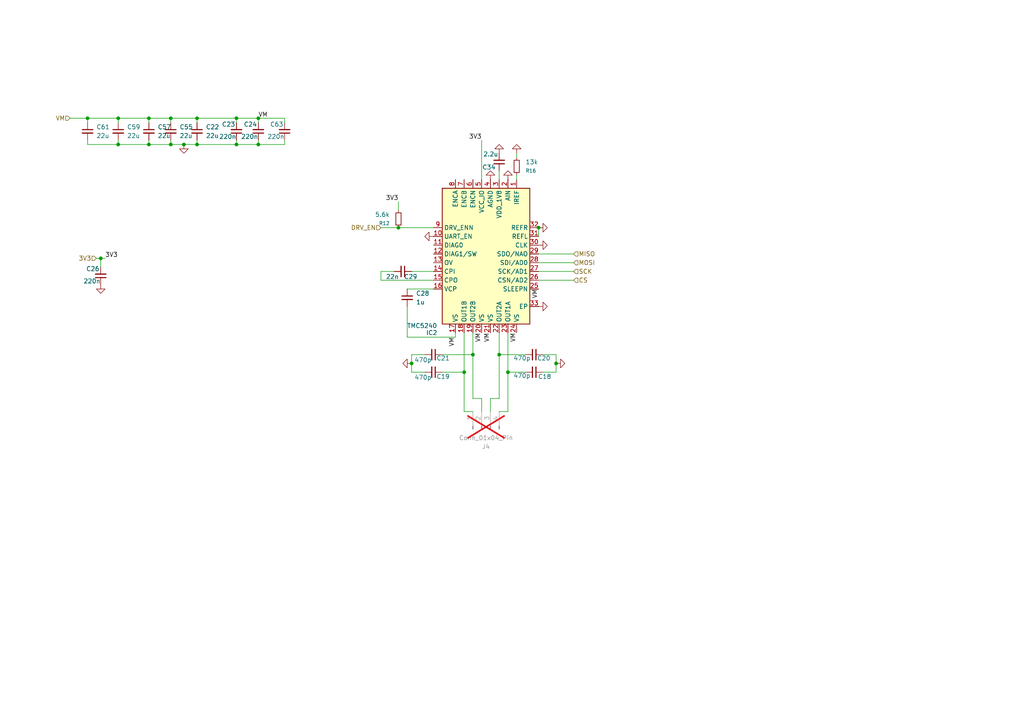
<source format=kicad_sch>
(kicad_sch (version 20250114) (generator "eeschema") (generator_version "9.0")
  (paper "A4")
  (lib_symbols
    (symbol "Connector:Conn_01x04_Pin" (pin_names (offset 1.016) (hide yes))
      (property "Reference" "J" (at 0 5.08 0))
      (property "Value" "Conn_01x04_Pin" (at 0 -7.62 0))
      (symbol "Conn_01x04_Pin_1_1"
        (rectangle (start 0.8636 2.667) (end 0 2.413) (stroke (width 0.1524)) (fill (type outline)))
        (rectangle (start 0.8636 0.127) (end 0 -0.127) (stroke (width 0.1524)) (fill (type outline)))
        (rectangle (start 0.8636 -2.413) (end 0 -2.667) (stroke (width 0.1524)) (fill (type outline)))
        (rectangle (start 0.8636 -4.953) (end 0 -5.207) (stroke (width 0.1524)) (fill (type outline)))
        (polyline (pts (xy 1.27 2.54) (xy 0.8636 2.54)) (stroke (width 0.1524)))
        (polyline (pts (xy 1.27 0) (xy 0.8636 0)) (stroke (width 0.1524)))
        (polyline (pts (xy 1.27 -2.54) (xy 0.8636 -2.54)) (stroke (width 0.1524)))
        (polyline (pts (xy 1.27 -5.08) (xy 0.8636 -5.08)) (stroke (width 0.1524)))
        (pin passive line (at 5.08 2.54 180) (length 3.81) (name "Pin_1") (number "1"))
        (pin passive line (at 5.08 0 180) (length 3.81) (name "Pin_2") (number "2"))
        (pin passive line (at 5.08 -2.54 180) (length 3.81) (name "Pin_3") (number "3"))
        (pin passive line (at 5.08 -5.08 180) (length 3.81) (name "Pin_4") (number "4"))
      )
    )
    (symbol "Device:C_Small" (pin_numbers (hide yes)) (pin_names (offset 0.254) (hide yes))
      (property "Reference" "C" (at 0.254 1.778 0))
      (property "Value" "C_Small" (at 0.254 -2.032 0))
      (symbol "C_Small_0_1"
        (polyline (pts (xy -1.524 0.508) (xy 1.524 0.508)) (stroke (width 0.3048)))
        (polyline (pts (xy -1.524 -0.508) (xy 1.524 -0.508)) (stroke (width 0.3302)))
      )
      (symbol "C_Small_1_1"
        (pin passive line (at 0 2.54 270) (length 2.032) (name "~") (number "1"))
        (pin passive line (at 0 -2.54 90) (length 2.032) (name "~") (number "2"))
      )
    )
    (symbol "Device:R_Small" (pin_numbers (hide yes)) (pin_names (offset 0.254) (hide yes))
      (property "Reference" "R" (at 0 0 90))
      (property "Value" "R_Small" (at 1.778 0 90))
      (symbol "R_Small_0_1"
        (rectangle (start -0.762 1.778) (end 0.762 -1.778) (stroke (width 0.2032)))
      )
      (symbol "R_Small_1_1"
        (pin passive line (at 0 2.54 270) (length 0.762) (name "~") (number "1"))
        (pin passive line (at 0 -2.54 90) (length 0.762) (name "~") (number "2"))
      )
    )
    (symbol "TMC5240:TMC5240"
      (property "Reference" "IC1" (at 15.748 19.05 0))
      (property "Value" "TMC5240" (at 18.542 17.018 0))
      (symbol "TMC5240_1_0"
        (pin input line (at -15.24 11.43 0) (length 2.54) (name "EP") (number "33"))
        (pin input line (at -8.89 19.05 270) (length 2.54) (name "VS") (number "24"))
        (pin input line (at -1.27 19.05 270) (length 2.54) (name "VS") (number "21"))
        (pin input line (at 1.27 19.05 270) (length 2.54) (name "VS") (number "20"))
      )
      (symbol "TMC5240_1_1"
        (rectangle (start -12.7 16.51) (end 12.7 -22.86) (stroke (width 0.254)) (fill (type background)))
        (pin input line (at -15.24 6.35 0) (length 2.54) (name "SLEEPN") (number "25"))
        (pin input line (at -15.24 3.81 0) (length 2.54) (name "CSN/AD2") (number "26"))
        (pin input line (at -15.24 1.27 0) (length 2.54) (name "SCK/AD1") (number "27"))
        (pin input line (at -15.24 -1.27 0) (length 2.54) (name "SDI/AD0") (number "28"))
        (pin input line (at -15.24 -3.81 0) (length 2.54) (name "SDO/NAO") (number "29"))
        (pin input line (at -15.24 -6.35 0) (length 2.54) (name "CLK") (number "30"))
        (pin input line (at -15.24 -8.89 0) (length 2.54) (name "REFL") (number "31"))
        (pin input line (at -15.24 -11.43 0) (length 2.54) (name "REFR") (number "32"))
        (pin input line (at -8.89 -25.4 90) (length 2.54) (name "IREF") (number "1"))
        (pin input line (at -6.35 19.05 270) (length 2.54) (name "OUT1A") (number "23"))
        (pin input line (at -6.35 -25.4 90) (length 2.54) (name "AIN") (number "2"))
        (pin input line (at -3.81 19.05 270) (length 2.54) (name "OUT2A") (number "22"))
        (pin input line (at -3.81 -25.4 90) (length 2.54) (name "VDD_1V8") (number "3"))
        (pin input line (at -1.27 -25.4 90) (length 2.54) (name "AGND") (number "4"))
        (pin input line (at 1.27 -25.4 90) (length 2.54) (name "VCC_IO") (number "5"))
        (pin input line (at 3.81 19.05 270) (length 2.54) (name "OUT2B") (number "19"))
        (pin input line (at 3.81 -25.4 90) (length 2.54) (name "ENCN") (number "6"))
        (pin input line (at 6.35 19.05 270) (length 2.54) (name "OUT1B") (number "18"))
        (pin input line (at 6.35 -25.4 90) (length 2.54) (name "ENCB") (number "7"))
        (pin input line (at 8.89 19.05 270) (length 2.54) (name "VS") (number "17"))
        (pin input line (at 8.89 -25.4 90) (length 2.54) (name "ENCA") (number "8"))
        (pin input line (at 15.24 6.35 180) (length 2.54) (name "VCP") (number "16"))
        (pin input line (at 15.24 3.81 180) (length 2.54) (name "CPO") (number "15"))
        (pin input line (at 15.24 1.27 180) (length 2.54) (name "CPI") (number "14"))
        (pin input line (at 15.24 -1.27 180) (length 2.54) (name "OV") (number "13"))
        (pin input line (at 15.24 -3.81 180) (length 2.54) (name "DIAG1/SW") (number "12"))
        (pin input line (at 15.24 -6.35 180) (length 2.54) (name "DIAG0") (number "11"))
        (pin input line (at 15.24 -8.89 180) (length 2.54) (name "UART_EN") (number "10"))
        (pin input line (at 15.24 -11.43 180) (length 2.54) (name "DRV_ENN") (number "9"))
      )
    )
    (symbol "power:GND" (power) (pin_numbers (hide yes)) (pin_names (offset 0) (hide yes))
      (property "Value" "GND" (at 0 -3.81 0))
      (symbol "GND_0_1"
        (polyline (pts (xy 0 0) (xy 0 -1.27) (xy 1.27 -1.27) (xy 0 -2.54) (xy -1.27 -1.27) (xy 0 -1.27)))
      )
      (symbol "GND_1_1"
        (pin power_in line (at 0 0 270) (length 0) (name "~") (number "1"))
      )
    )
  )
  (junction (at 119.38 105.41))
  (junction (at 147.32 107.95))
  (junction (at 43.18 34.29))
  (junction (at 43.18 41.91))
  (junction (at 161.29 105.41))
  (junction (at 74.93 41.91))
  (junction (at 74.93 34.29))
  (junction (at 68.58 41.91))
  (junction (at 53.34 41.91))
  (junction (at 57.15 34.29))
  (junction (at 49.53 34.29))
  (junction (at 156.21 66.04))
  (junction (at 137.16 102.87))
  (junction (at 57.15 41.91))
  (junction (at 115.57 66.04))
  (junction (at 144.78 102.87))
  (junction (at 25.4 34.29))
  (junction (at 34.29 34.29))
  (junction (at 34.29 41.91))
  (junction (at 49.53 41.91))
  (junction (at 29.21 74.93))
  (junction (at 68.58 34.29))
  (junction (at 134.62 107.95))
  (wire (pts (xy 128.27 107.95) (xy 134.62 107.95)))
  (wire (pts (xy 166.37 81.28) (xy 156.21 81.28)))
  (wire (pts (xy 166.37 73.66) (xy 156.21 73.66)))
  (wire (pts (xy 49.53 34.29) (xy 57.15 34.29)))
  (wire (pts (xy 144.78 102.87) (xy 144.78 96.52)))
  (wire (pts (xy 57.15 34.29) (xy 57.15 35.56)))
  (wire (pts (xy 110.49 81.28) (xy 125.73 81.28)))
  (wire (pts (xy 152.4 107.95) (xy 147.32 107.95)))
  (wire (pts (xy 147.32 119.38) (xy 144.78 119.38)))
  (wire (pts (xy 118.11 97.79) (xy 132.08 97.79)))
  (wire (pts (xy 134.62 119.38) (xy 137.16 119.38)))
  (wire (pts (xy 49.53 34.29) (xy 49.53 35.56)))
  (wire (pts (xy 68.58 34.29) (xy 68.58 35.56)))
  (wire (pts (xy 68.58 41.91) (xy 74.93 41.91)))
  (wire (pts (xy 114.3 78.74) (xy 110.49 78.74)))
  (wire (pts (xy 123.19 107.95) (xy 119.38 107.95)))
  (wire (pts (xy 144.78 52.07) (xy 144.78 49.53)))
  (wire (pts (xy 74.93 34.29) (xy 82.55 34.29)))
  (wire (pts (xy 156.21 66.04) (xy 156.21 68.58)))
  (wire (pts (xy 110.49 78.74) (xy 110.49 81.28)))
  (wire (pts (xy 115.57 66.04) (xy 110.49 66.04)))
  (wire (pts (xy 157.48 102.87) (xy 161.29 102.87)))
  (wire (pts (xy 147.32 119.38) (xy 147.32 107.95)))
  (wire (pts (xy 118.11 83.82) (xy 125.73 83.82)))
  (wire (pts (xy 82.55 35.56) (xy 82.55 34.29)))
  (wire (pts (xy 142.24 115.57) (xy 142.24 119.38)))
  (wire (pts (xy 34.29 34.29) (xy 34.29 35.56)))
  (wire (pts (xy 25.4 41.91) (xy 34.29 41.91)))
  (wire (pts (xy 29.21 77.47) (xy 29.21 74.93)))
  (wire (pts (xy 166.37 78.74) (xy 156.21 78.74)))
  (wire (pts (xy 144.78 115.57) (xy 142.24 115.57)))
  (wire (pts (xy 53.34 41.91) (xy 57.15 41.91)))
  (wire (pts (xy 137.16 115.57) (xy 139.7 115.57)))
  (wire (pts (xy 125.73 78.74) (xy 119.38 78.74)))
  (wire (pts (xy 68.58 34.29) (xy 74.93 34.29)))
  (wire (pts (xy 161.29 102.87) (xy 161.29 105.41)))
  (wire (pts (xy 57.15 40.64) (xy 57.15 41.91)))
  (wire (pts (xy 34.29 40.64) (xy 34.29 41.91)))
  (wire (pts (xy 25.4 34.29) (xy 25.4 35.56)))
  (wire (pts (xy 74.93 35.56) (xy 74.93 34.29)))
  (wire (pts (xy 119.38 102.87) (xy 119.38 105.41)))
  (wire (pts (xy 119.38 107.95) (xy 119.38 105.41)))
  (wire (pts (xy 118.11 88.9) (xy 118.11 97.79)))
  (wire (pts (xy 43.18 34.29) (xy 43.18 35.56)))
  (wire (pts (xy 137.16 115.57) (xy 137.16 102.87)))
  (wire (pts (xy 57.15 41.91) (xy 68.58 41.91)))
  (wire (pts (xy 25.4 34.29) (xy 34.29 34.29)))
  (wire (pts (xy 20.32 34.29) (xy 25.4 34.29)))
  (wire (pts (xy 157.48 107.95) (xy 161.29 107.95)))
  (wire (pts (xy 25.4 40.64) (xy 25.4 41.91)))
  (wire (pts (xy 161.29 107.95) (xy 161.29 105.41)))
  (wire (pts (xy 57.15 34.29) (xy 68.58 34.29)))
  (wire (pts (xy 123.19 102.87) (xy 119.38 102.87)))
  (wire (pts (xy 137.16 102.87) (xy 137.16 96.52)))
  (wire (pts (xy 132.08 97.79) (xy 132.08 96.52)))
  (wire (pts (xy 134.62 107.95) (xy 134.62 96.52)))
  (wire (pts (xy 43.18 41.91) (xy 49.53 41.91)))
  (wire (pts (xy 74.93 41.91) (xy 82.55 41.91)))
  (wire (pts (xy 49.53 40.64) (xy 49.53 41.91)))
  (wire (pts (xy 134.62 119.38) (xy 134.62 107.95)))
  (wire (pts (xy 139.7 115.57) (xy 139.7 119.38)))
  (wire (pts (xy 128.27 102.87) (xy 137.16 102.87)))
  (wire (pts (xy 149.86 44.45) (xy 149.86 45.72)))
  (wire (pts (xy 82.55 40.64) (xy 82.55 41.91)))
  (wire (pts (xy 115.57 58.42) (xy 115.57 60.96)))
  (wire (pts (xy 34.29 34.29) (xy 43.18 34.29)))
  (wire (pts (xy 152.4 102.87) (xy 144.78 102.87)))
  (wire (pts (xy 29.21 74.93) (xy 27.94 74.93)))
  (wire (pts (xy 74.93 40.64) (xy 74.93 41.91)))
  (wire (pts (xy 68.58 41.91) (xy 68.58 40.64)))
  (wire (pts (xy 43.18 34.29) (xy 49.53 34.29)))
  (wire (pts (xy 29.21 74.93) (xy 30.48 74.93)))
  (wire (pts (xy 147.32 107.95) (xy 147.32 96.52)))
  (wire (pts (xy 166.37 76.2) (xy 156.21 76.2)))
  (wire (pts (xy 34.29 41.91) (xy 43.18 41.91)))
  (wire (pts (xy 49.53 41.91) (xy 53.34 41.91)))
  (wire (pts (xy 43.18 40.64) (xy 43.18 41.91)))
  (wire (pts (xy 125.73 66.04) (xy 115.57 66.04)))
  (wire (pts (xy 139.7 52.07) (xy 139.7 40.64)))
  (wire (pts (xy 149.86 52.07) (xy 149.86 50.8)))
  (wire (pts (xy 144.78 115.57) (xy 144.78 102.87)))
  (label "3V3" (at 139.7 40.64 180))
  (label "3V3" (at 30.48 74.93 0))
  (label "VM" (at 74.93 34.29 0))
  (label "VM" (at 156.21 83.82 270))
  (label "3V3" (at 115.57 58.42 180))
  (label "VM" (at 149.86 96.52 270))
  (label "VM" (at 142.24 96.52 270))
  (label "VM" (at 132.08 97.79 270))
  (label "VM" (at 139.7 96.52 270))
  (hierarchical_label "SCK" (shape input) (at 166.37 78.74 0))
  (hierarchical_label "DRV_EN" (shape input) (at 110.49 66.04 180))
  (hierarchical_label "CS" (shape input) (at 166.37 81.28 0))
  (hierarchical_label "MOSI" (shape input) (at 166.37 76.2 0))
  (hierarchical_label "MISO" (shape input) (at 166.37 73.66 0))
  (hierarchical_label "3V3" (shape input) (at 27.94 74.93 180))
  (hierarchical_label "VM" (shape input) (at 20.32 34.29 180))
  (symbol (lib_id "Device:C_Small") (at 49.53 38.1 0) (unit 1)
    (property "Reference" "C54" (at 52.07 36.8362 0) (effects (justify left)))
    (property "Value" "22u" (at 52.07 39.3762 0) (effects (justify left)))
    (property "Footprint" "Capacitor_SMD:C_1206_3216Metric" (effects (hide yes)))
    (property "Description" "Unpolarized capacitor, small symbol" (effects (hide yes)))
    (property "JLCPCB Part" "C12891" (effects (hide yes)))
    (instances (project "equilibot" (path "" (reference "C55") (unit 1)) (path "" (reference "C54") (unit 1))))
  )
  (symbol (lib_id "Device:C_Small") (at 125.73 107.95 270) (unit 1)
    (property "Reference" "C8" (at 128.524 109.22 90))
    (property "Value" "470p" (at 122.682 109.474 90))
    (property "Footprint" "Capacitor_SMD:C_0603_1608Metric" (effects (hide yes)))
    (property "Description" "Unpolarized capacitor, small symbol" (effects (hide yes)))
    (property "JLCPCB Part" "C1620" (effects (hide yes)))
    (instances (project "equilibot" (path "" (reference "C19") (unit 1)) (path "" (reference "C8") (unit 1))))
  )
  (symbol (lib_id "Device:C_Small") (at 29.21 80.01 180) (unit 1)
    (property "Reference" "C14" (at 26.924 77.978 0))
    (property "Value" "220n" (at 26.67 81.534 0))
    (property "Footprint" "Capacitor_SMD:C_0603_1608Metric" (effects (hide yes)))
    (property "Description" "Unpolarized capacitor, small symbol" (effects (hide yes)))
    (property "JLCPCB Part" "C21120" (effects (hide yes)))
    (instances (project "equilibot" (path "" (reference "C26") (unit 1)) (path "" (reference "C14") (unit 1))))
  )
  (symbol (lib_id "Device:C_Small") (at 116.84 78.74 270) (unit 1)
    (property "Reference" "C16" (at 119.126 80.264 90))
    (property "Value" "22n" (at 113.792 80.264 90))
    (property "Footprint" "Capacitor_SMD:C_0603_1608Metric" (effects (hide yes)))
    (property "Description" "Unpolarized capacitor, small symbol" (effects (hide yes)))
    (property "JLCPCB Part" "C21122" (effects (hide yes)))
    (instances (project "equilibot" (path "" (reference "C29") (unit 1)) (path "" (reference "C16") (unit 1))))
  )
  (symbol (lib_id "Device:C_Small") (at 82.55 38.1 180) (unit 1)
    (property "Reference" "C62" (at 80.264 36.068 0))
    (property "Value" "220n" (at 80.01 39.624 0))
    (property "Footprint" "Capacitor_SMD:C_0603_1608Metric" (effects (hide yes)))
    (property "Description" "Unpolarized capacitor, small symbol" (effects (hide yes)))
    (property "JLCPCB Part" "C21120" (effects (hide yes)))
    (instances (project "equilibot" (path "" (reference "C63") (unit 1)) (path "" (reference "C62") (unit 1))))
  )
  (symbol (lib_id "Device:C_Small") (at 74.93 38.1 180) (unit 1)
    (property "Reference" "C13" (at 72.644 36.068 0))
    (property "Value" "220n" (at 72.39 39.624 0))
    (property "Footprint" "Capacitor_SMD:C_0603_1608Metric" (effects (hide yes)))
    (property "Description" "Unpolarized capacitor, small symbol" (effects (hide yes)))
    (property "JLCPCB Part" "C21120" (effects (hide yes)))
    (instances (project "equilibot" (path "" (reference "C24") (unit 1)) (path "" (reference "C13") (unit 1))))
  )
  (symbol (lib_id "Device:C_Small") (at 154.94 102.87 270) (unit 1)
    (property "Reference" "C9" (at 157.734 103.886 90))
    (property "Value" "470p" (at 151.384 103.886 90))
    (property "Footprint" "Capacitor_SMD:C_0603_1608Metric" (effects (hide yes)))
    (property "Description" "Unpolarized capacitor, small symbol" (effects (hide yes)))
    (property "JLCPCB Part" "C1620" (effects (hide yes)))
    (instances (project "equilibot" (path "" (reference "C20") (unit 1)) (path "" (reference "C9") (unit 1))))
  )
  (symbol (lib_id "power:GND") (at 156.21 66.04 90) (unit 1)
    (property "Reference" "#PWR015" (effects (hide yes)))
    (property "Value" "GND" (effects (hide yes)))
    (property "Description" "Power symbol creates a global label with name \"GND\" , ground" (effects (hide yes)))
    (instances (project "equilibot" (path "" (reference "#PWR030") (unit 1)) (path "" (reference "#PWR015") (unit 1))))
  )
  (symbol (lib_id "Device:C_Small") (at 125.73 102.87 270) (unit 1)
    (property "Reference" "C10" (at 128.524 103.886 90))
    (property "Value" "470p" (at 122.682 104.394 90))
    (property "Footprint" "Capacitor_SMD:C_0603_1608Metric" (effects (hide yes)))
    (property "Description" "Unpolarized capacitor, small symbol" (effects (hide yes)))
    (property "JLCPCB Part" "C1620" (effects (hide yes)))
    (instances (project "equilibot" (path "" (reference "C21") (unit 1)) (path "" (reference "C10") (unit 1))))
  )
  (symbol (lib_id "power:GND") (at 149.86 44.45 180) (unit 1)
    (property "Reference" "#PWR018" (effects (hide yes)))
    (property "Value" "GND" (effects (hide yes)))
    (property "Description" "Power symbol creates a global label with name \"GND\" , ground" (effects (hide yes)))
    (instances (project "equilibot" (path "" (reference "#PWR036") (unit 1)) (path "" (reference "#PWR018") (unit 1))))
  )
  (symbol (lib_id "Device:C_Small") (at 144.78 46.99 180) (unit 1)
    (property "Reference" "C17" (at 143.764 48.514 0) (effects (justify left)))
    (property "Value" "2.2u" (at 144.526 44.704 0) (effects (justify left)))
    (property "Footprint" "Capacitor_SMD:C_0805_2012Metric" (effects (hide yes)))
    (property "Description" "Unpolarized capacitor, small symbol" (effects (hide yes)))
    (property "JLCPCB Part" "C377773" (effects (hide yes)))
    (instances (project "" (path "" (reference "C34") (unit 1)) (path "" (reference "C17") (unit 1))))
  )
  (symbol (lib_id "Connector:Conn_01x04_Pin") (at 139.7 124.46 90) (unit 1) (dnp yes)
    (property "Reference" "J3" (at 140.97 129.54 90))
    (property "Value" "Conn_01x04_Pin" (at 140.97 127 90))
    (property "Footprint" "Connector_PinHeader_2.54mm:PinHeader_1x04_P2.54mm_Vertical" (effects (hide yes)))
    (property "Description" "Generic connector, single row, 01x04, script generated" (effects (hide yes)))
    (instances (project "" (path "" (reference "J4") (unit 1)) (path "" (reference "J3") (unit 1))))
  )
  (symbol (lib_id "TMC5240:TMC5240") (at 140.97 77.47 180) (unit 1)
    (property "Reference" "IC1" (at 125.222 96.52 0))
    (property "Value" "TMC5240" (at 122.428 94.488 0))
    (property "Footprint" "Equilibot:TMC5240" (effects (hide yes)))
    (property "Datasheet" "https://www.analog.com/media/en/technical-documentation/data-sheets/tmc5240.pdf" (effects (hide yes)))
    (property "Description" "Stepper driver/Motion Controller" (effects (hide yes)))
    (property "Height" "1" (effects (hide yes)))
    (property "Mouser Part Number" "595-MCF8316A1VRGFR" (effects (hide yes)))
    (property "Mouser Price/Stock" "https://www.mouser.co.uk/ProductDetail/Texas-Instruments/MCF8316A1VRGFR?qs=rSMjJ%252B1ewcSvC9rVuQgDWA%3D%3D" (effects (hide yes)))
    (property "Manufacturer_Name" "Texas Instruments" (effects (hide yes)))
    (property "Manufacturer_Part_Number" "MCF8316A1VRGFR" (effects (hide yes)))
    (property "JLCPCB Part" "C7494373" (effects (hide yes)))
    (instances (project "equilibot" (path "" (reference "IC2") (unit 1)) (path "" (reference "IC1") (unit 1))))
  )
  (symbol (lib_id "power:GND") (at 156.21 71.12 90) (unit 1)
    (property "Reference" "#PWR013" (effects (hide yes)))
    (property "Value" "GND" (effects (hide yes)))
    (property "Description" "Power symbol creates a global label with name \"GND\" , ground" (effects (hide yes)))
    (instances (project "equilibot" (path "" (reference "#PWR027") (unit 1)) (path "" (reference "#PWR013") (unit 1))))
  )
  (symbol (lib_id "Device:R_Small") (at 149.86 48.26 0) (mirror x) (unit 1)
    (property "Reference" "R10" (at 152.4 49.5301 0) (effects (font (size 1.016 1.016)) (justify left)))
    (property "Value" "13k" (at 152.4 46.9901 0) (effects (justify left)))
    (property "Footprint" "Resistor_SMD:R_0603_1608Metric" (effects (hide yes)))
    (property "Description" "Resistor, small symbol" (effects (hide yes)))
    (property "JLCPCB Part" "C22797" (effects (hide yes)))
    (instances (project "equilibot" (path "" (reference "R16") (unit 1)) (path "" (reference "R10") (unit 1))))
  )
  (symbol (lib_id "Device:C_Small") (at 57.15 38.1 0) (unit 1)
    (property "Reference" "C11" (at 59.69 36.8362 0) (effects (justify left)))
    (property "Value" "22u" (at 59.69 39.3762 0) (effects (justify left)))
    (property "Footprint" "Capacitor_SMD:C_1206_3216Metric" (effects (hide yes)))
    (property "Description" "Unpolarized capacitor, small symbol" (effects (hide yes)))
    (property "JLCPCB Part" "C12891" (effects (hide yes)))
    (instances (project "" (path "" (reference "C22") (unit 1)) (path "" (reference "C11") (unit 1))))
  )
  (symbol (lib_id "power:GND") (at 142.24 52.07 180) (unit 1)
    (property "Reference" "#PWR017" (effects (hide yes)))
    (property "Value" "GND" (effects (hide yes)))
    (property "Description" "Power symbol creates a global label with name \"GND\" , ground" (effects (hide yes)))
    (instances (project "" (path "" (reference "#PWR033") (unit 1)) (path "" (reference "#PWR017") (unit 1))))
  )
  (symbol (lib_id "Device:C_Small") (at 118.11 86.36 0) (unit 1)
    (property "Reference" "C15" (at 120.65 85.0962 0) (effects (justify left)))
    (property "Value" "1u" (at 120.65 87.6362 0) (effects (justify left)))
    (property "Footprint" "Capacitor_SMD:C_0805_2012Metric" (effects (hide yes)))
    (property "Description" "Unpolarized capacitor, small symbol" (effects (hide yes)))
    (property "JLCPCB Part" "C28323" (effects (hide yes)))
    (instances (project "equilibot" (path "" (reference "C28") (unit 1)) (path "" (reference "C15") (unit 1))))
  )
  (symbol (lib_id "Device:C_Small") (at 25.4 38.1 0) (unit 1)
    (property "Reference" "C60" (at 27.94 36.8362 0) (effects (justify left)))
    (property "Value" "22u" (at 27.94 39.3762 0) (effects (justify left)))
    (property "Footprint" "Capacitor_SMD:C_1206_3216Metric" (effects (hide yes)))
    (property "Description" "Unpolarized capacitor, small symbol" (effects (hide yes)))
    (property "JLCPCB Part" "C12891" (effects (hide yes)))
    (instances (project "equilibot" (path "" (reference "C61") (unit 1)) (path "" (reference "C60") (unit 1))))
  )
  (symbol (lib_id "power:GND") (at 119.38 105.41 270) (mirror x) (unit 1)
    (property "Reference" "#PWR010" (effects (hide yes)))
    (property "Value" "GND" (effects (hide yes)))
    (property "Description" "Power symbol creates a global label with name \"GND\" , ground" (effects (hide yes)))
    (instances (project "equilibot" (path "" (reference "#PWR021") (unit 1)) (path "" (reference "#PWR010") (unit 1))))
  )
  (symbol (lib_id "power:GND") (at 29.21 82.55 0) (unit 1)
    (property "Reference" "#PWR012" (effects (hide yes)))
    (property "Value" "GND" (effects (hide yes)))
    (property "Description" "Power symbol creates a global label with name \"GND\" , ground" (effects (hide yes)))
    (instances (project "equilibot" (path "" (reference "#PWR025") (unit 1)) (path "" (reference "#PWR012") (unit 1))))
  )
  (symbol (lib_id "power:GND") (at 144.78 44.45 180) (unit 1)
    (property "Reference" "#PWR019" (effects (hide yes)))
    (property "Value" "GND" (effects (hide yes)))
    (property "Description" "Power symbol creates a global label with name \"GND\" , ground" (effects (hide yes)))
    (instances (project "equilibot" (path "" (reference "#PWR037") (unit 1)) (path "" (reference "#PWR019") (unit 1))))
  )
  (symbol (lib_id "Device:C_Small") (at 34.29 38.1 0) (unit 1)
    (property "Reference" "C58" (at 36.83 36.8362 0) (effects (justify left)))
    (property "Value" "22u" (at 36.83 39.3762 0) (effects (justify left)))
    (property "Footprint" "Capacitor_SMD:C_1206_3216Metric" (effects (hide yes)))
    (property "Description" "Unpolarized capacitor, small symbol" (effects (hide yes)))
    (property "JLCPCB Part" "C12891" (effects (hide yes)))
    (instances (project "equilibot" (path "" (reference "C59") (unit 1)) (path "" (reference "C58") (unit 1))))
  )
  (symbol (lib_id "power:GND") (at 161.29 105.41 90) (mirror x) (unit 1)
    (property "Reference" "#PWR09" (effects (hide yes)))
    (property "Value" "GND" (effects (hide yes)))
    (property "Description" "Power symbol creates a global label with name \"GND\" , ground" (effects (hide yes)))
    (instances (project "equilibot" (path "" (reference "#PWR020") (unit 1)) (path "" (reference "#PWR09") (unit 1))))
  )
  (symbol (lib_id "Device:R_Small") (at 115.57 63.5 180) (unit 1)
    (property "Reference" "R9" (at 113.03 64.7701 0) (effects (font (size 1.016 1.016)) (justify left)))
    (property "Value" "5.6k" (at 113.03 62.2301 0) (effects (justify left)))
    (property "Footprint" "Resistor_SMD:R_0603_1608Metric" (effects (hide yes)))
    (property "Description" "Resistor, small symbol" (effects (hide yes)))
    (property "JLCPCB Part" "C23189" (effects (hide yes)))
    (instances (project "equilibot" (path "" (reference "R12") (unit 1)) (path "" (reference "R9") (unit 1))))
  )
  (symbol (lib_id "power:GND") (at 147.32 52.07 180) (unit 1)
    (property "Reference" "#PWR016" (effects (hide yes)))
    (property "Value" "GND" (effects (hide yes)))
    (property "Description" "Power symbol creates a global label with name \"GND\" , ground" (effects (hide yes)))
    (instances (project "equilibot" (path "" (reference "#PWR032") (unit 1)) (path "" (reference "#PWR016") (unit 1))))
  )
  (symbol (lib_id "Device:C_Small") (at 68.58 38.1 180) (unit 1)
    (property "Reference" "C12" (at 66.294 36.068 0))
    (property "Value" "220n" (at 66.04 39.624 0))
    (property "Footprint" "Capacitor_SMD:C_0603_1608Metric" (effects (hide yes)))
    (property "Description" "Unpolarized capacitor, small symbol" (effects (hide yes)))
    (property "JLCPCB Part" "C21120" (effects (hide yes)))
    (instances (project "equilibot" (path "" (reference "C23") (unit 1)) (path "" (reference "C12") (unit 1))))
  )
  (symbol (lib_id "power:GND") (at 53.34 41.91 0) (unit 1)
    (property "Reference" "#PWR011" (effects (hide yes)))
    (property "Value" "GND" (effects (hide yes)))
    (property "Description" "Power symbol creates a global label with name \"GND\" , ground" (effects (hide yes)))
    (instances (project "equilibot" (path "" (reference "#PWR022") (unit 1)) (path "" (reference "#PWR011") (unit 1))))
  )
  (symbol (lib_id "Device:C_Small") (at 154.94 107.95 270) (unit 1)
    (property "Reference" "C7" (at 157.988 109.22 90))
    (property "Value" "470p" (at 151.384 108.966 90))
    (property "Footprint" "Capacitor_SMD:C_0603_1608Metric" (effects (hide yes)))
    (property "Description" "Unpolarized capacitor, small symbol" (effects (hide yes)))
    (property "JLCPCB Part" "C1620" (effects (hide yes)))
    (instances (project "equilibot" (path "" (reference "C18") (unit 1)) (path "" (reference "C7") (unit 1))))
  )
  (symbol (lib_id "power:GND") (at 156.21 88.9 90) (mirror x) (unit 1)
    (property "Reference" "#PWR074" (effects (hide yes)))
    (property "Value" "GND" (effects (hide yes)))
    (property "Description" "Power symbol creates a global label with name \"GND\" , ground" (effects (hide yes)))
    (instances (project "equilibot" (path "" (reference "#PWR075") (unit 1)) (path "" (reference "#PWR074") (unit 1))))
  )
  (symbol (lib_id "Device:C_Small") (at 43.18 38.1 0) (unit 1)
    (property "Reference" "C56" (at 45.72 36.8362 0) (effects (justify left)))
    (property "Value" "22u" (at 45.72 39.3762 0) (effects (justify left)))
    (property "Footprint" "Capacitor_SMD:C_1206_3216Metric" (effects (hide yes)))
    (property "Description" "Unpolarized capacitor, small symbol" (effects (hide yes)))
    (property "JLCPCB Part" "C12891" (effects (hide yes)))
    (instances (project "equilibot" (path "" (reference "C57") (unit 1)) (path "" (reference "C56") (unit 1))))
  )
  (symbol (lib_id "power:GND") (at 125.73 68.58 270) (mirror x) (unit 1)
    (property "Reference" "#PWR014" (effects (hide yes)))
    (property "Value" "GND" (effects (hide yes)))
    (property "Description" "Power symbol creates a global label with name \"GND\" , ground" (effects (hide yes)))
    (instances (project "equilibot" (path "" (reference "#PWR028") (unit 1)) (path "" (reference "#PWR014") (unit 1))))
  )
)
</source>
